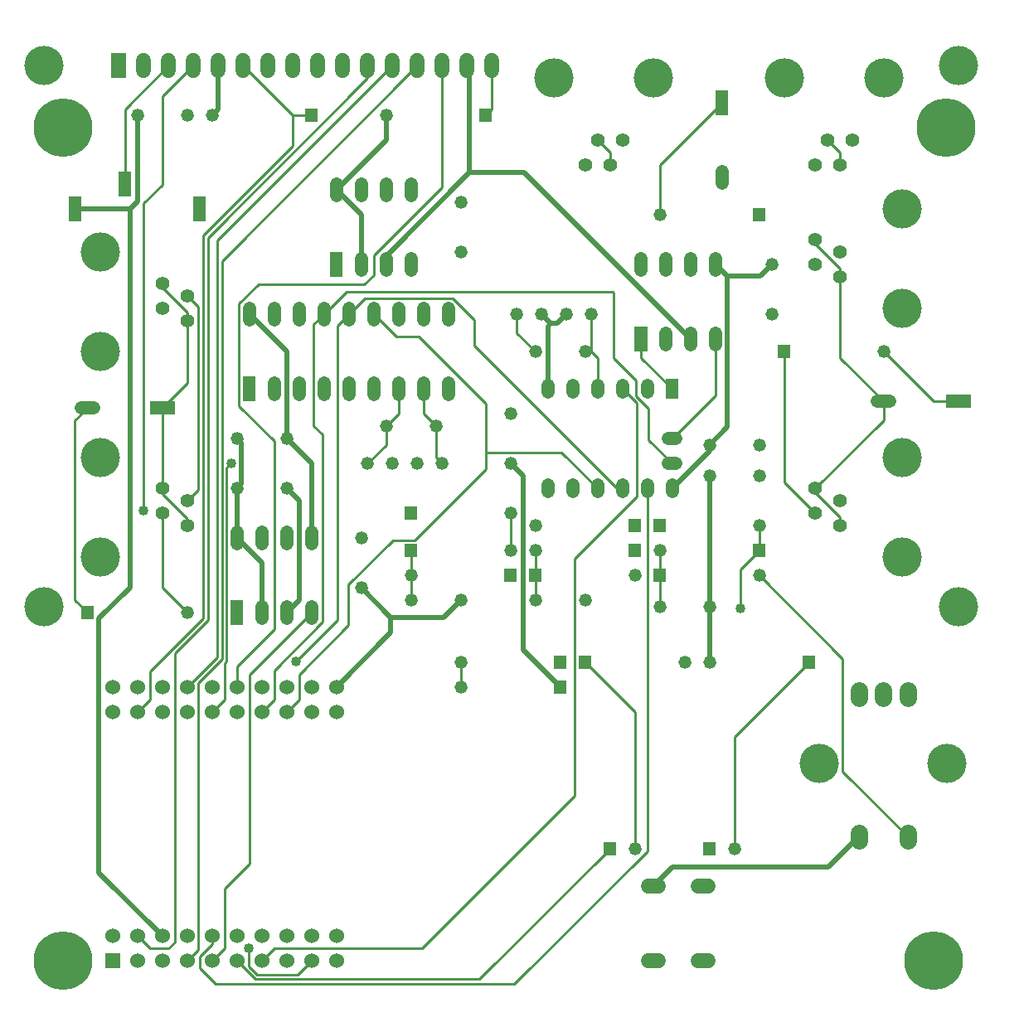
<source format=gtl>
%FSLAX24Y24*%
%MOIN*%
%ADD10C,0.0090*%
%ADD11C,0.0200*%
%ADD12C,0.0400*%
%ADD13C,0.0520*%
%ADD14C,0.0551*%
%ADD15C,0.0591*%
%ADD16C,0.0600*%
%ADD17C,0.0700*%
%ADD18C,0.1575*%
%ADD19C,0.2362*%
D10*
G01X26500Y22999D02*
X28250Y24750D01*
X28250Y24750D02*
X28250Y27000D01*
X14250Y38000D02*
X14250Y37495D01*
X14250Y37495D02*
X7833Y31078D01*
X7833Y31078D02*
X7833Y15699D01*
X7833Y15699D02*
X6500Y14366D01*
X6500Y14366D02*
X6500Y2744D01*
X6500Y2744D02*
X6255Y2500D01*
X6255Y2500D02*
X5500Y2500D01*
X5500Y2500D02*
X5000Y3000D01*
X6999Y20500D02*
X7452Y20952D01*
X7452Y20952D02*
X7452Y28297D01*
X7452Y28297D02*
X6999Y28750D01*
X5999Y20000D02*
X6000Y17000D01*
X6000Y17000D02*
X7000Y15999D01*
X33250Y34000D02*
X33250Y34500D01*
X33250Y34500D02*
X32750Y35000D01*
X24000Y34000D02*
X24000Y34500D01*
X24000Y34500D02*
X23500Y35000D01*
X12500Y28000D02*
X12094Y27594D01*
X12094Y27594D02*
X12094Y23518D01*
X12094Y23518D02*
X12453Y23159D01*
X12453Y23159D02*
X12453Y15633D01*
X12453Y15633D02*
X10500Y13680D01*
X10500Y13680D02*
X10500Y12500D01*
X10500Y12500D02*
X10000Y12000D01*
X26500Y21999D02*
X25552Y22947D01*
X25552Y22947D02*
X25552Y24217D01*
X25552Y24217D02*
X25059Y24710D01*
X25059Y24710D02*
X25059Y25330D01*
X25059Y25330D02*
X24158Y26231D01*
X24158Y26231D02*
X24158Y28870D01*
X24158Y28870D02*
X24125Y28902D01*
X24125Y28902D02*
X13402Y28902D01*
X13402Y28902D02*
X12500Y28000D01*
X19010Y22435D02*
X19010Y24405D01*
X19010Y24405D02*
X16321Y27094D01*
X16321Y27094D02*
X15405Y27094D01*
X15405Y27094D02*
X14500Y28000D01*
X11000Y12000D02*
X11500Y12500D01*
X11500Y12500D02*
X11500Y13516D01*
X11500Y13516D02*
X13495Y15512D01*
X13495Y15512D02*
X13495Y17141D01*
X13495Y17141D02*
X15266Y18912D01*
X15266Y18912D02*
X16144Y18912D01*
X16144Y18912D02*
X19010Y21778D01*
X19010Y21778D02*
X19010Y22435D01*
X23500Y21000D02*
X22064Y22435D01*
X22064Y22435D02*
X19010Y22435D01*
X21000Y26500D02*
X20250Y27250D01*
X20250Y27250D02*
X20250Y28000D01*
X26500Y24999D02*
X25250Y26250D01*
X25250Y26250D02*
X25250Y27000D01*
X12000Y2000D02*
X11453Y1453D01*
X11453Y1453D02*
X9815Y1453D01*
X9815Y1453D02*
X9479Y1789D01*
X9479Y1789D02*
X9479Y2505D01*
X30000Y17500D02*
X33358Y14141D01*
X33358Y14141D02*
X33358Y9610D01*
X33358Y9610D02*
X35968Y6999D01*
X14250Y22000D02*
X15000Y22750D01*
X15000Y22750D02*
X15000Y23500D01*
X15000Y23500D02*
X15500Y24000D01*
X15500Y24000D02*
X15500Y25000D01*
X8000Y2000D02*
X8500Y2500D01*
X8500Y2500D02*
X8500Y4890D01*
X8500Y4890D02*
X9500Y5890D01*
X9500Y5890D02*
X9500Y13500D01*
X9500Y13500D02*
X11999Y16000D01*
X35000Y26500D02*
X37000Y24500D01*
X37000Y24500D02*
X38000Y24500D01*
X6250Y38000D02*
X4500Y36250D01*
X4500Y36250D02*
X4500Y33250D01*
X13500Y28000D02*
X13052Y27552D01*
X13052Y27552D02*
X13052Y15693D01*
X13052Y15693D02*
X11392Y14033D01*
X24500Y21000D02*
X24293Y21000D01*
X24293Y21000D02*
X18553Y26739D01*
X18553Y26739D02*
X18553Y27770D01*
X18553Y27770D02*
X17678Y28645D01*
X17678Y28645D02*
X14145Y28645D01*
X14145Y28645D02*
X13500Y28000D01*
X31000Y26500D02*
X31000Y21250D01*
X31000Y21250D02*
X32250Y20000D01*
X32000Y14000D02*
X29000Y11000D01*
X29000Y11000D02*
X29000Y6500D01*
X18000Y14000D02*
X18000Y13000D01*
X8769Y22000D02*
X8594Y21824D01*
X8594Y21824D02*
X8594Y14055D01*
X8594Y14055D02*
X8500Y13960D01*
X8500Y13960D02*
X8500Y12500D01*
X8500Y12500D02*
X8000Y12000D01*
X24000Y6500D02*
X18763Y1263D01*
X18763Y1263D02*
X9736Y1263D01*
X9736Y1263D02*
X9000Y2000D01*
X26000Y32000D02*
X26000Y34000D01*
X26000Y34000D02*
X28500Y36500D01*
X23250Y26500D02*
X23250Y28000D01*
X23500Y24999D02*
X23500Y26250D01*
X23500Y26250D02*
X23250Y26500D01*
X23250Y26500D02*
X23000Y26500D01*
X7000Y2000D02*
X7445Y2445D01*
X7445Y2445D02*
X7445Y13175D01*
X7445Y13175D02*
X8404Y14134D01*
X8404Y14134D02*
X8404Y30154D01*
X8404Y30154D02*
X16250Y38000D01*
X23000Y13999D02*
X25000Y12000D01*
X25000Y12000D02*
X25000Y6500D01*
X33250Y29500D02*
X33250Y26250D01*
X33250Y26250D02*
X35000Y24500D01*
X32250Y31000D02*
X32250Y30831D01*
X32250Y30831D02*
X33250Y29831D01*
X33250Y29831D02*
X33250Y29500D01*
X32250Y21000D02*
X35000Y23750D01*
X35000Y23750D02*
X35000Y24500D01*
X33250Y19500D02*
X33250Y19831D01*
X33250Y19831D02*
X32250Y20831D01*
X32250Y20831D02*
X32250Y21000D01*
X19250Y38000D02*
X19250Y36250D01*
X19250Y36250D02*
X19000Y36000D01*
X17249Y38000D02*
X17250Y33110D01*
X17250Y33110D02*
X14500Y30359D01*
X14500Y30359D02*
X14500Y29589D01*
X14500Y29589D02*
X14124Y29214D01*
X14124Y29214D02*
X9881Y29214D01*
X9881Y29214D02*
X9094Y28426D01*
X9094Y28426D02*
X9094Y24318D01*
X9094Y24318D02*
X10500Y22912D01*
X10500Y22912D02*
X10500Y15354D01*
X10500Y15354D02*
X9000Y13854D01*
X9000Y13854D02*
X9000Y13000D01*
X25500Y21000D02*
X25500Y6397D01*
X25500Y6397D02*
X20164Y1062D01*
X20164Y1062D02*
X8152Y1062D01*
X8152Y1062D02*
X7500Y1714D01*
X7500Y1714D02*
X7500Y2180D01*
X7500Y2180D02*
X8000Y2680D01*
X8000Y2680D02*
X8000Y3000D01*
X6999Y27749D02*
X7000Y28081D01*
X7000Y28081D02*
X6000Y29081D01*
X6000Y29081D02*
X6000Y29250D01*
X6000Y24250D02*
X7000Y25250D01*
X7000Y25250D02*
X6999Y27749D01*
X6000Y21000D02*
X6000Y24250D01*
X6999Y19500D02*
X7000Y19785D01*
X7000Y19785D02*
X6000Y20785D01*
X6000Y20785D02*
X6000Y21000D01*
X30000Y18500D02*
X29241Y17741D01*
X29241Y17741D02*
X29241Y16185D01*
X30000Y19500D02*
X30000Y18500D01*
X21000Y16500D02*
X21000Y17500D01*
X21000Y18500D02*
X21000Y17500D01*
X17000Y23500D02*
X16500Y24000D01*
X16500Y24000D02*
X16500Y25000D01*
X17249Y22000D02*
X17000Y22250D01*
X17000Y22250D02*
X17000Y23500D01*
X3000Y15999D02*
X2484Y16515D01*
X2484Y16515D02*
X2484Y23734D01*
X2484Y23734D02*
X3000Y24250D01*
X20000Y20000D02*
X20000Y18500D01*
X11250Y36000D02*
X11250Y34765D01*
X11250Y34765D02*
X7643Y31157D01*
X7643Y31157D02*
X7643Y15780D01*
X7643Y15780D02*
X5500Y13637D01*
X5500Y13637D02*
X5500Y12500D01*
X5500Y12500D02*
X5000Y12000D01*
X11250Y36000D02*
X11999Y36000D01*
X9250Y38000D02*
X11250Y36000D01*
X24500Y24999D02*
X25067Y24432D01*
X25067Y24432D02*
X25067Y20661D01*
X25067Y20661D02*
X22594Y18187D01*
X22594Y18187D02*
X22594Y8636D01*
X22594Y8636D02*
X16458Y2500D01*
X16458Y2500D02*
X10500Y2500D01*
X10500Y2500D02*
X10500Y2500D01*
X10500Y2500D02*
X10000Y2000D01*
X15250Y38000D02*
X8213Y30963D01*
X8213Y30963D02*
X8213Y14213D01*
X8213Y14213D02*
X7000Y13000D01*
X7250Y38000D02*
X6011Y36761D01*
X6011Y36761D02*
X6011Y33212D01*
X6011Y33212D02*
X5262Y32464D01*
X5262Y32464D02*
X5262Y20101D01*
X26000Y18500D02*
X26000Y17500D01*
X26000Y16250D02*
X26000Y17500D01*
X15999Y17500D02*
X16000Y16500D01*
X15999Y18500D02*
X15999Y17500D01*
D11*
G01X10999Y23000D02*
X11000Y26500D01*
X11000Y26500D02*
X9500Y28000D01*
X11999Y19000D02*
X12000Y22000D01*
X12000Y22000D02*
X10999Y23000D01*
X28715Y29534D02*
X28250Y30000D01*
X28000Y22750D02*
X28715Y23465D01*
X28715Y23465D02*
X28715Y29534D01*
X28715Y29534D02*
X30034Y29534D01*
X30034Y29534D02*
X30500Y30000D01*
X26500Y21000D02*
X28000Y22500D01*
X28000Y22500D02*
X28000Y22750D01*
X22000Y13000D02*
X20509Y14490D01*
X20509Y14490D02*
X20509Y21490D01*
X20509Y21490D02*
X20000Y21999D01*
X21624Y27625D02*
X21250Y28000D01*
X22250Y28000D02*
X21875Y27625D01*
X21875Y27625D02*
X21624Y27625D01*
X21500Y24999D02*
X21500Y27500D01*
X21500Y27500D02*
X21624Y27625D01*
X15193Y15806D02*
X14000Y17000D01*
X18000Y16500D02*
X17306Y15806D01*
X17306Y15806D02*
X15193Y15806D01*
X15193Y15806D02*
X15193Y15193D01*
X15193Y15193D02*
X13000Y13000D01*
X9000Y21000D02*
X9170Y21170D01*
X9170Y21170D02*
X9170Y22829D01*
X9170Y22829D02*
X9000Y23000D01*
X33999Y6999D02*
X32770Y5770D01*
X32770Y5770D02*
X26520Y5770D01*
X26520Y5770D02*
X25749Y5000D01*
X8000Y36000D02*
X8250Y36250D01*
X8250Y36250D02*
X8250Y38000D01*
X28000Y16250D02*
X28000Y14000D01*
X28000Y21500D02*
X28000Y16250D01*
X13000Y33000D02*
X15000Y35000D01*
X15000Y35000D02*
X15000Y36000D01*
X14000Y30000D02*
X14000Y32000D01*
X14000Y32000D02*
X13000Y33000D01*
X9000Y19000D02*
X9000Y21000D01*
X10000Y16000D02*
X10000Y18000D01*
X10000Y18000D02*
X9000Y19000D01*
X4700Y32250D02*
X2500Y32250D01*
X5000Y36000D02*
X5000Y32549D01*
X5000Y32549D02*
X4700Y32250D01*
X6000Y3000D02*
X3460Y5539D01*
X3460Y5539D02*
X3460Y15768D01*
X3460Y15768D02*
X4700Y17009D01*
X4700Y17009D02*
X4700Y32250D01*
X18343Y33696D02*
X15000Y30353D01*
X15000Y30353D02*
X15000Y30000D01*
X18250Y38000D02*
X18343Y37907D01*
X18343Y37907D02*
X18343Y33696D01*
X27250Y27000D02*
X20553Y33696D01*
X20553Y33696D02*
X18343Y33696D01*
X10999Y21000D02*
X11500Y20500D01*
X11500Y20500D02*
X11500Y16500D01*
X11500Y16500D02*
X10999Y16000D01*
D12*
G01X9479Y2505D03*
X11392Y14033D03*
X8769Y22000D03*
X29241Y16185D03*
X5262Y20101D03*
D13*
G01X26000Y16250D03*
X28000Y16250D03*
X16000Y17500D03*
X10999Y23000D03*
X9000Y23000D03*
X15000Y36000D03*
X5000Y36000D03*
X7000Y36000D03*
X26000Y18500D03*
X20000Y18500D03*
X7000Y16000D03*
X25000Y17500D03*
X25000Y6500D03*
X17250Y22000D03*
X16249Y22000D03*
X10999Y21000D03*
X9000Y21000D03*
X26000Y32000D03*
X17000Y23500D03*
X15000Y23500D03*
X21000Y26500D03*
X23000Y26500D03*
X21000Y16500D03*
X23000Y16500D03*
X30000Y17500D03*
X15250Y22000D03*
X14250Y22000D03*
X20000Y21999D03*
X20000Y23999D03*
X35000Y26500D03*
X29000Y6500D03*
X20250Y28000D03*
X21250Y28000D03*
X16000Y16500D03*
X18000Y16500D03*
X28000Y22750D03*
X30000Y22750D03*
X14000Y19000D03*
X14000Y17000D03*
X30500Y30000D03*
X30500Y28000D03*
X30000Y21500D03*
X28000Y21500D03*
X21000Y18500D03*
X8000Y36000D03*
X22250Y28000D03*
X23250Y28000D03*
X18000Y32500D03*
X18000Y30500D03*
X20000Y20000D03*
X30000Y19500D03*
X21000Y19500D03*
X18000Y14000D03*
X27000Y13999D03*
X28000Y14000D03*
X18000Y13000D03*
X10999Y15760D02*
X10999Y16240D01*
X10000Y18760D02*
X10000Y19240D01*
X10999Y18760D02*
X10999Y19240D01*
X11999Y15760D02*
X11999Y16240D01*
X9000Y18760D02*
X9000Y19240D01*
X10000Y15760D02*
X10000Y16240D01*
X11999Y18760D02*
X11999Y19240D01*
X28500Y33740D02*
X28500Y33260D01*
X25500Y21139D02*
X25500Y20859D01*
X21500Y25139D02*
X21500Y24860D01*
X22500Y25139D02*
X22500Y24860D01*
X21500Y21139D02*
X21500Y20859D01*
X26500Y21139D02*
X26500Y20859D01*
X26640Y22999D02*
X26360Y22999D01*
X23500Y21139D02*
X23500Y20859D01*
X26640Y21999D02*
X26360Y21999D01*
X24500Y25139D02*
X24500Y24860D01*
X22500Y21139D02*
X22500Y20859D01*
X24500Y21139D02*
X24500Y20859D01*
X23500Y25139D02*
X23500Y24860D01*
X25500Y25139D02*
X25500Y24860D01*
X3240Y24250D02*
X2760Y24250D01*
X27250Y26760D02*
X27250Y27239D01*
X26250Y29760D02*
X26250Y30240D01*
X27250Y29760D02*
X27250Y30240D01*
X28250Y26760D02*
X28250Y27239D01*
X25250Y29760D02*
X25250Y30240D01*
X26250Y26760D02*
X26250Y27239D01*
X28250Y29760D02*
X28250Y30240D01*
X11500Y24760D02*
X11500Y25240D01*
X16500Y27760D02*
X16500Y28240D01*
X17500Y24760D02*
X17500Y25240D01*
X17500Y27760D02*
X17500Y28240D01*
X12500Y24760D02*
X12500Y25240D01*
X15500Y27760D02*
X15500Y28240D01*
X10500Y24760D02*
X10500Y25240D01*
X11500Y27760D02*
X11500Y28240D01*
X13500Y27760D02*
X13500Y28240D01*
X9500Y27760D02*
X9500Y28240D01*
X14500Y27760D02*
X14500Y28240D01*
X15500Y24760D02*
X15500Y25240D01*
X16500Y24760D02*
X16500Y25240D01*
X14500Y24760D02*
X14500Y25240D01*
X10500Y27760D02*
X10500Y28240D01*
X13500Y24760D02*
X13500Y25240D01*
X12500Y27760D02*
X12500Y28240D01*
X35240Y24500D02*
X34760Y24500D01*
X15000Y29760D02*
X15000Y30240D01*
X14000Y32760D02*
X14000Y33240D01*
X15000Y32760D02*
X15000Y33240D01*
X16000Y29760D02*
X16000Y30240D01*
X13000Y32760D02*
X13000Y33240D01*
X14000Y29760D02*
X14000Y30240D01*
X16000Y32760D02*
X16000Y33240D01*
D14*
G01X32250Y31000D03*
X33250Y30500D03*
X33250Y29500D03*
X32250Y30000D03*
X32250Y34000D03*
X32750Y35000D03*
X33750Y35000D03*
X33250Y34000D03*
X6999Y27749D03*
X5999Y28249D03*
X6000Y29250D03*
X6999Y28750D03*
X6999Y19500D03*
X5999Y20000D03*
X6000Y21000D03*
X6999Y20500D03*
X32250Y21000D03*
X33250Y20500D03*
X33250Y19500D03*
X32250Y20000D03*
X23000Y34000D03*
X23500Y35000D03*
X24500Y35000D03*
X24000Y34000D03*
D15*
G01X14250Y37795D02*
X14250Y38204D01*
X7250Y37795D02*
X7250Y38204D01*
X8250Y37795D02*
X8250Y38204D01*
X17250Y37795D02*
X17250Y38204D01*
X16250Y37795D02*
X16250Y38204D01*
X6250Y37795D02*
X6250Y38204D01*
X12250Y37795D02*
X12250Y38204D01*
X10250Y37795D02*
X10250Y38204D01*
X13250Y37795D02*
X13250Y38204D01*
X15250Y37795D02*
X15250Y38204D01*
X9250Y37795D02*
X9250Y38204D01*
X11250Y37795D02*
X11250Y38204D01*
X19250Y37795D02*
X19250Y38204D01*
X18250Y37795D02*
X18250Y38204D01*
X5250Y37795D02*
X5250Y38204D01*
D16*
G01X11000Y2000D03*
X7000Y12000D03*
X8000Y12000D03*
X5000Y2000D03*
X10000Y13000D03*
X6000Y13000D03*
X8000Y3000D03*
X9000Y13000D03*
X11000Y3000D03*
X12000Y2000D03*
X13000Y12000D03*
X13000Y2000D03*
X9000Y2000D03*
X4000Y13000D03*
X7000Y13000D03*
X11000Y13000D03*
X10000Y2000D03*
X4000Y3000D03*
X12000Y12000D03*
X7000Y3000D03*
X5000Y12000D03*
X8000Y13000D03*
X11000Y12000D03*
X9000Y12000D03*
X13000Y13000D03*
X9000Y3000D03*
X12000Y3000D03*
X12000Y13000D03*
X10000Y12000D03*
X6000Y2000D03*
X6000Y12000D03*
X7000Y2000D03*
X13000Y3000D03*
X5000Y13000D03*
X10000Y3000D03*
X6000Y3000D03*
X5000Y3000D03*
X8000Y2000D03*
X4000Y12000D03*
X27549Y2000D02*
X27949Y1999D01*
X27549Y5000D02*
X27949Y5000D01*
X25549Y2000D02*
X25949Y2000D01*
X25549Y5000D02*
X25949Y5000D01*
D17*
G01X35968Y12558D02*
X35968Y12858D01*
X35968Y6849D02*
X35968Y7149D01*
X34984Y12558D02*
X34984Y12858D01*
X34000Y12558D02*
X34000Y12858D01*
X34000Y6849D02*
X34000Y7149D01*
D18*
G01X35750Y28250D03*
X35750Y32250D03*
X35000Y37500D03*
X31000Y37500D03*
X3500Y30500D03*
X3499Y26499D03*
X3500Y22250D03*
X3499Y18250D03*
X1250Y16250D03*
X38000Y38000D03*
X38000Y16250D03*
X1250Y38000D03*
X35750Y18250D03*
X35750Y22250D03*
X32425Y9952D03*
X37543Y9952D03*
X25750Y37500D03*
X21750Y37500D03*
D19*
G01X2000Y35500D03*
X37500Y35500D03*
X37000Y2000D03*
X2000Y2000D03*
G36*
X9260Y16500D02*G01*
X8740Y16500D01*X8740Y15500D01*X9260Y15500D01*G37*
G36*
X19739Y17240D02*G01*
X20259Y17240D01*X20259Y17760D01*X19739Y17760D01*G37*
G36*
X4300Y2300D02*G01*
X3700Y2300D01*X3700Y1700D01*X4300Y1700D01*G37*
G36*
X28240Y36000D02*G01*
X28760Y36000D01*X28760Y37000D01*X28240Y37000D01*G37*
G36*
X18740Y35740D02*G01*
X19260Y35740D01*X19260Y36260D01*X18740Y36260D01*G37*
G36*
X4240Y32750D02*G01*
X4760Y32750D01*X4760Y33750D01*X4240Y33750D01*G37*
G36*
X7240Y31750D02*G01*
X7760Y31750D01*X7760Y32750D01*X7240Y32750D01*G37*
G36*
X2240Y31750D02*G01*
X2760Y31750D01*X2760Y32750D01*X2240Y32750D01*G37*
G36*
X29740Y18239D02*G01*
X30260Y18239D01*X30260Y18759D01*X29740Y18759D01*G37*
G36*
X26240Y24599D02*G01*
X26760Y24599D01*X26760Y25399D01*X26240Y25399D01*G37*
G36*
X16260Y18760D02*G01*
X15740Y18760D01*X15740Y18240D01*X16260Y18240D01*G37*
G36*
X3260Y16260D02*G01*
X2740Y16260D01*X2740Y15740D01*X3260Y15740D01*G37*
G36*
X21260Y17760D02*G01*
X20740Y17760D01*X20740Y17240D01*X21260Y17240D01*G37*
G36*
X24260Y6759D02*G01*
X23740Y6759D01*X23740Y6240D01*X24260Y6240D01*G37*
G36*
X29740Y31740D02*G01*
X30260Y31740D01*X30260Y32260D01*X29740Y32260D01*G37*
G36*
X5500Y24509D02*G01*
X5500Y23989D01*X6500Y23989D01*X6500Y24509D01*G37*
G36*
X25510Y27500D02*G01*
X24990Y27500D01*X24990Y26499D01*X25510Y26499D01*G37*
G36*
X9760Y25500D02*G01*
X9240Y25500D01*X9240Y24500D01*X9760Y24500D01*G37*
G36*
X26260Y17760D02*G01*
X25740Y17760D01*X25740Y17240D01*X26260Y17240D01*G37*
G36*
X31260Y26760D02*G01*
X30740Y26760D01*X30740Y26240D01*X31260Y26240D01*G37*
G36*
X28260Y6759D02*G01*
X27740Y6759D01*X27740Y6240D01*X28260Y6240D01*G37*
G36*
X37500Y24760D02*G01*
X37500Y24240D01*X38500Y24240D01*X38500Y24760D01*G37*
G36*
X4545Y38500D02*G01*
X3954Y38500D01*X3954Y37500D01*X4545Y37500D01*G37*
G36*
X13260Y30500D02*G01*
X12740Y30500D01*X12740Y29500D01*X13260Y29500D01*G37*
G36*
X24739Y18239D02*G01*
X25259Y18239D01*X25259Y18759D01*X24739Y18759D01*G37*
G36*
X11739Y35740D02*G01*
X12259Y35740D01*X12259Y36260D01*X11739Y36260D01*G37*
G36*
X16260Y20260D02*G01*
X15740Y20260D01*X15740Y19740D01*X16260Y19740D01*G37*
G36*
X26260Y19760D02*G01*
X25740Y19760D01*X25740Y19240D01*X26260Y19240D01*G37*
G36*
X24739Y19240D02*G01*
X25259Y19240D01*X25259Y19760D01*X24739Y19760D01*G37*
G36*
X21740Y13740D02*G01*
X22260Y13740D01*X22260Y14260D01*X21740Y14260D01*G37*
G36*
X23260Y14260D02*G01*
X22740Y14260D01*X22740Y13740D01*X23260Y13740D01*G37*
G36*
X31740Y13740D02*G01*
X32260Y13740D01*X32260Y14260D01*X31740Y14260D01*G37*
G36*
X21740Y12740D02*G01*
X22260Y12740D01*X22260Y13260D01*X21740Y13260D01*G37*
M02*

</source>
